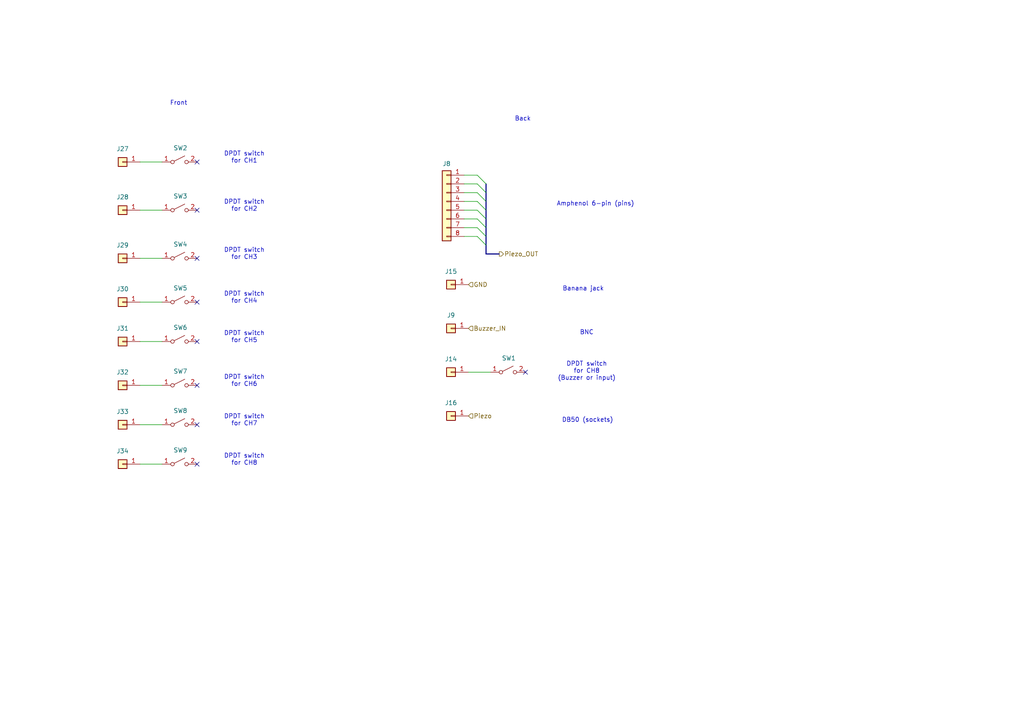
<source format=kicad_sch>
(kicad_sch
	(version 20231120)
	(generator "eeschema")
	(generator_version "8.0")
	(uuid "fd50c1fd-1d04-493b-88c1-40aa3b1393d2")
	(paper "A4")
	(title_block
		(title "Instrumentation wiring drawing")
		(date "2024-06-21")
		(rev "v0")
		(company "SBC")
		(comment 1 "Zhiheng Sheng")
	)
	(lib_symbols
		(symbol "Connector_Generic:Conn_01x01"
			(pin_names
				(offset 1.016) hide)
			(exclude_from_sim no)
			(in_bom yes)
			(on_board yes)
			(property "Reference" "J"
				(at 0 2.54 0)
				(effects
					(font
						(size 1.27 1.27)
					)
				)
			)
			(property "Value" "Conn_01x01"
				(at 0 -2.54 0)
				(effects
					(font
						(size 1.27 1.27)
					)
				)
			)
			(property "Footprint" ""
				(at 0 0 0)
				(effects
					(font
						(size 1.27 1.27)
					)
					(hide yes)
				)
			)
			(property "Datasheet" "~"
				(at 0 0 0)
				(effects
					(font
						(size 1.27 1.27)
					)
					(hide yes)
				)
			)
			(property "Description" "Generic connector, single row, 01x01, script generated (kicad-library-utils/schlib/autogen/connector/)"
				(at 0 0 0)
				(effects
					(font
						(size 1.27 1.27)
					)
					(hide yes)
				)
			)
			(property "ki_keywords" "connector"
				(at 0 0 0)
				(effects
					(font
						(size 1.27 1.27)
					)
					(hide yes)
				)
			)
			(property "ki_fp_filters" "Connector*:*_1x??_*"
				(at 0 0 0)
				(effects
					(font
						(size 1.27 1.27)
					)
					(hide yes)
				)
			)
			(symbol "Conn_01x01_1_1"
				(rectangle
					(start -1.27 0.127)
					(end 0 -0.127)
					(stroke
						(width 0.1524)
						(type default)
					)
					(fill
						(type none)
					)
				)
				(rectangle
					(start -1.27 1.27)
					(end 1.27 -1.27)
					(stroke
						(width 0.254)
						(type default)
					)
					(fill
						(type background)
					)
				)
				(pin passive line
					(at -5.08 0 0)
					(length 3.81)
					(name "Pin_1"
						(effects
							(font
								(size 1.27 1.27)
							)
						)
					)
					(number "1"
						(effects
							(font
								(size 1.27 1.27)
							)
						)
					)
				)
			)
		)
		(symbol "Connector_Generic:Conn_01x08"
			(pin_names
				(offset 1.016) hide)
			(exclude_from_sim no)
			(in_bom yes)
			(on_board yes)
			(property "Reference" "J"
				(at 0 10.16 0)
				(effects
					(font
						(size 1.27 1.27)
					)
				)
			)
			(property "Value" "Conn_01x08"
				(at 0 -12.7 0)
				(effects
					(font
						(size 1.27 1.27)
					)
				)
			)
			(property "Footprint" ""
				(at 0 0 0)
				(effects
					(font
						(size 1.27 1.27)
					)
					(hide yes)
				)
			)
			(property "Datasheet" "~"
				(at 0 0 0)
				(effects
					(font
						(size 1.27 1.27)
					)
					(hide yes)
				)
			)
			(property "Description" "Generic connector, single row, 01x08, script generated (kicad-library-utils/schlib/autogen/connector/)"
				(at 0 0 0)
				(effects
					(font
						(size 1.27 1.27)
					)
					(hide yes)
				)
			)
			(property "ki_keywords" "connector"
				(at 0 0 0)
				(effects
					(font
						(size 1.27 1.27)
					)
					(hide yes)
				)
			)
			(property "ki_fp_filters" "Connector*:*_1x??_*"
				(at 0 0 0)
				(effects
					(font
						(size 1.27 1.27)
					)
					(hide yes)
				)
			)
			(symbol "Conn_01x08_1_1"
				(rectangle
					(start -1.27 -10.033)
					(end 0 -10.287)
					(stroke
						(width 0.1524)
						(type default)
					)
					(fill
						(type none)
					)
				)
				(rectangle
					(start -1.27 -7.493)
					(end 0 -7.747)
					(stroke
						(width 0.1524)
						(type default)
					)
					(fill
						(type none)
					)
				)
				(rectangle
					(start -1.27 -4.953)
					(end 0 -5.207)
					(stroke
						(width 0.1524)
						(type default)
					)
					(fill
						(type none)
					)
				)
				(rectangle
					(start -1.27 -2.413)
					(end 0 -2.667)
					(stroke
						(width 0.1524)
						(type default)
					)
					(fill
						(type none)
					)
				)
				(rectangle
					(start -1.27 0.127)
					(end 0 -0.127)
					(stroke
						(width 0.1524)
						(type default)
					)
					(fill
						(type none)
					)
				)
				(rectangle
					(start -1.27 2.667)
					(end 0 2.413)
					(stroke
						(width 0.1524)
						(type default)
					)
					(fill
						(type none)
					)
				)
				(rectangle
					(start -1.27 5.207)
					(end 0 4.953)
					(stroke
						(width 0.1524)
						(type default)
					)
					(fill
						(type none)
					)
				)
				(rectangle
					(start -1.27 7.747)
					(end 0 7.493)
					(stroke
						(width 0.1524)
						(type default)
					)
					(fill
						(type none)
					)
				)
				(rectangle
					(start -1.27 8.89)
					(end 1.27 -11.43)
					(stroke
						(width 0.254)
						(type default)
					)
					(fill
						(type background)
					)
				)
				(pin passive line
					(at -5.08 7.62 0)
					(length 3.81)
					(name "Pin_1"
						(effects
							(font
								(size 1.27 1.27)
							)
						)
					)
					(number "1"
						(effects
							(font
								(size 1.27 1.27)
							)
						)
					)
				)
				(pin passive line
					(at -5.08 5.08 0)
					(length 3.81)
					(name "Pin_2"
						(effects
							(font
								(size 1.27 1.27)
							)
						)
					)
					(number "2"
						(effects
							(font
								(size 1.27 1.27)
							)
						)
					)
				)
				(pin passive line
					(at -5.08 2.54 0)
					(length 3.81)
					(name "Pin_3"
						(effects
							(font
								(size 1.27 1.27)
							)
						)
					)
					(number "3"
						(effects
							(font
								(size 1.27 1.27)
							)
						)
					)
				)
				(pin passive line
					(at -5.08 0 0)
					(length 3.81)
					(name "Pin_4"
						(effects
							(font
								(size 1.27 1.27)
							)
						)
					)
					(number "4"
						(effects
							(font
								(size 1.27 1.27)
							)
						)
					)
				)
				(pin passive line
					(at -5.08 -2.54 0)
					(length 3.81)
					(name "Pin_5"
						(effects
							(font
								(size 1.27 1.27)
							)
						)
					)
					(number "5"
						(effects
							(font
								(size 1.27 1.27)
							)
						)
					)
				)
				(pin passive line
					(at -5.08 -5.08 0)
					(length 3.81)
					(name "Pin_6"
						(effects
							(font
								(size 1.27 1.27)
							)
						)
					)
					(number "6"
						(effects
							(font
								(size 1.27 1.27)
							)
						)
					)
				)
				(pin passive line
					(at -5.08 -7.62 0)
					(length 3.81)
					(name "Pin_7"
						(effects
							(font
								(size 1.27 1.27)
							)
						)
					)
					(number "7"
						(effects
							(font
								(size 1.27 1.27)
							)
						)
					)
				)
				(pin passive line
					(at -5.08 -10.16 0)
					(length 3.81)
					(name "Pin_8"
						(effects
							(font
								(size 1.27 1.27)
							)
						)
					)
					(number "8"
						(effects
							(font
								(size 1.27 1.27)
							)
						)
					)
				)
			)
		)
		(symbol "Switch:SW_SPST"
			(pin_names
				(offset 0) hide)
			(exclude_from_sim no)
			(in_bom yes)
			(on_board yes)
			(property "Reference" "SW"
				(at 0 3.175 0)
				(effects
					(font
						(size 1.27 1.27)
					)
				)
			)
			(property "Value" "SW_SPST"
				(at 0 -2.54 0)
				(effects
					(font
						(size 1.27 1.27)
					)
				)
			)
			(property "Footprint" ""
				(at 0 0 0)
				(effects
					(font
						(size 1.27 1.27)
					)
					(hide yes)
				)
			)
			(property "Datasheet" "~"
				(at 0 0 0)
				(effects
					(font
						(size 1.27 1.27)
					)
					(hide yes)
				)
			)
			(property "Description" "Single Pole Single Throw (SPST) switch"
				(at 0 0 0)
				(effects
					(font
						(size 1.27 1.27)
					)
					(hide yes)
				)
			)
			(property "ki_keywords" "switch lever"
				(at 0 0 0)
				(effects
					(font
						(size 1.27 1.27)
					)
					(hide yes)
				)
			)
			(symbol "SW_SPST_0_0"
				(circle
					(center -2.032 0)
					(radius 0.508)
					(stroke
						(width 0)
						(type default)
					)
					(fill
						(type none)
					)
				)
				(polyline
					(pts
						(xy -1.524 0.254) (xy 1.524 1.778)
					)
					(stroke
						(width 0)
						(type default)
					)
					(fill
						(type none)
					)
				)
				(circle
					(center 2.032 0)
					(radius 0.508)
					(stroke
						(width 0)
						(type default)
					)
					(fill
						(type none)
					)
				)
			)
			(symbol "SW_SPST_1_1"
				(pin passive line
					(at -5.08 0 0)
					(length 2.54)
					(name "A"
						(effects
							(font
								(size 1.27 1.27)
							)
						)
					)
					(number "1"
						(effects
							(font
								(size 1.27 1.27)
							)
						)
					)
				)
				(pin passive line
					(at 5.08 0 180)
					(length 2.54)
					(name "B"
						(effects
							(font
								(size 1.27 1.27)
							)
						)
					)
					(number "2"
						(effects
							(font
								(size 1.27 1.27)
							)
						)
					)
				)
			)
		)
	)
	(no_connect
		(at 57.15 134.62)
		(uuid "0d3799a5-5c0b-4ade-a348-a0102817ef12")
	)
	(no_connect
		(at 57.15 111.76)
		(uuid "1c26e442-b872-4811-b366-1a300ace62ca")
	)
	(no_connect
		(at 57.15 74.93)
		(uuid "2598a308-bff4-48a8-af8d-4236088c85a1")
	)
	(no_connect
		(at 57.15 99.06)
		(uuid "40adb4c4-e134-49a5-ba09-2c99c7318f95")
	)
	(no_connect
		(at 57.15 87.63)
		(uuid "5d66eadf-6d06-4acc-8617-b0a3ed9379fa")
	)
	(no_connect
		(at 57.15 123.19)
		(uuid "6410e894-e666-47db-acd4-5b0afc85e9df")
	)
	(no_connect
		(at 57.15 60.96)
		(uuid "741c7b7a-65af-4bea-a4d0-8a4c32ff1f64")
	)
	(no_connect
		(at 57.15 46.99)
		(uuid "c6757d67-a13e-4d96-99ef-33badde2797f")
	)
	(no_connect
		(at 152.4 107.95)
		(uuid "cc4a4367-0f05-4381-b1bb-ba481f36cac3")
	)
	(bus_entry
		(at 138.43 60.96)
		(size 2.54 2.54)
		(stroke
			(width 0)
			(type default)
		)
		(uuid "0a6ab33a-4619-4478-b146-a2af8e9ef4aa")
	)
	(bus_entry
		(at 138.43 55.88)
		(size 2.54 2.54)
		(stroke
			(width 0)
			(type default)
		)
		(uuid "34c1bbe9-98b3-4a26-bf16-564c14bf6641")
	)
	(bus_entry
		(at 138.43 50.8)
		(size 2.54 2.54)
		(stroke
			(width 0)
			(type default)
		)
		(uuid "5270487a-7add-4c3d-a1f0-e14cebd314c2")
	)
	(bus_entry
		(at 138.43 68.58)
		(size 2.54 2.54)
		(stroke
			(width 0)
			(type default)
		)
		(uuid "589eaaa7-fba7-4c27-811b-76809aaa9476")
	)
	(bus_entry
		(at 138.43 58.42)
		(size 2.54 2.54)
		(stroke
			(width 0)
			(type default)
		)
		(uuid "696a0827-f826-4578-8633-372fa89a685d")
	)
	(bus_entry
		(at 138.43 63.5)
		(size 2.54 2.54)
		(stroke
			(width 0)
			(type default)
		)
		(uuid "a261741d-f0ea-419b-8d61-9b1261bc11fb")
	)
	(bus_entry
		(at 138.43 53.34)
		(size 2.54 2.54)
		(stroke
			(width 0)
			(type default)
		)
		(uuid "bca3abc3-0b31-41bf-ac57-f8464079cc6f")
	)
	(bus_entry
		(at 138.43 66.04)
		(size 2.54 2.54)
		(stroke
			(width 0)
			(type default)
		)
		(uuid "daffde79-79be-4523-b067-e7d7355d02ef")
	)
	(wire
		(pts
			(xy 40.64 134.62) (xy 46.99 134.62)
		)
		(stroke
			(width 0)
			(type default)
		)
		(uuid "07bbd0fe-05af-4227-a520-14a449aeb437")
	)
	(wire
		(pts
			(xy 40.64 60.96) (xy 46.99 60.96)
		)
		(stroke
			(width 0)
			(type default)
		)
		(uuid "1541558c-558f-4c00-aacc-1c4e19c7e2ac")
	)
	(bus
		(pts
			(xy 140.97 71.12) (xy 140.97 73.66)
		)
		(stroke
			(width 0)
			(type default)
		)
		(uuid "1e74eaed-1c99-4136-8011-de64a4cd0d37")
	)
	(wire
		(pts
			(xy 138.43 68.58) (xy 134.62 68.58)
		)
		(stroke
			(width 0)
			(type default)
		)
		(uuid "265d0b49-9440-4b0d-99bb-d899ded8db79")
	)
	(bus
		(pts
			(xy 140.97 66.04) (xy 140.97 68.58)
		)
		(stroke
			(width 0)
			(type default)
		)
		(uuid "2b743701-4de7-4520-877b-0a698e43dc1a")
	)
	(wire
		(pts
			(xy 138.43 53.34) (xy 134.62 53.34)
		)
		(stroke
			(width 0)
			(type default)
		)
		(uuid "2fb4c336-da9a-484f-ba03-64121c15a1c0")
	)
	(wire
		(pts
			(xy 40.64 46.99) (xy 46.99 46.99)
		)
		(stroke
			(width 0)
			(type default)
		)
		(uuid "31756881-1142-46e8-a61f-d2a5b41690b0")
	)
	(bus
		(pts
			(xy 144.78 73.66) (xy 140.97 73.66)
		)
		(stroke
			(width 0)
			(type default)
		)
		(uuid "33c37dd9-9faf-473d-94c0-f44f0743859c")
	)
	(wire
		(pts
			(xy 40.64 123.19) (xy 46.99 123.19)
		)
		(stroke
			(width 0)
			(type default)
		)
		(uuid "36e10497-88c6-4c3e-a9e3-0851f816f287")
	)
	(bus
		(pts
			(xy 140.97 63.5) (xy 140.97 66.04)
		)
		(stroke
			(width 0)
			(type default)
		)
		(uuid "3c44df20-d8ef-4b4b-b759-46475a8504eb")
	)
	(wire
		(pts
			(xy 138.43 66.04) (xy 134.62 66.04)
		)
		(stroke
			(width 0)
			(type default)
		)
		(uuid "43dd3235-ff9d-42ba-8fdc-a82202506410")
	)
	(bus
		(pts
			(xy 140.97 58.42) (xy 140.97 60.96)
		)
		(stroke
			(width 0)
			(type default)
		)
		(uuid "44936fc9-983c-4711-a3a1-33c7903b26ca")
	)
	(wire
		(pts
			(xy 138.43 63.5) (xy 134.62 63.5)
		)
		(stroke
			(width 0)
			(type default)
		)
		(uuid "4514a974-ad3a-47ef-af85-a882de3f6aab")
	)
	(wire
		(pts
			(xy 138.43 60.96) (xy 134.62 60.96)
		)
		(stroke
			(width 0)
			(type default)
		)
		(uuid "4af50e36-7a0a-49be-98e3-7ad51f5f3d20")
	)
	(wire
		(pts
			(xy 138.43 50.8) (xy 134.62 50.8)
		)
		(stroke
			(width 0)
			(type default)
		)
		(uuid "5181bd4f-28e8-450e-a05a-f4269693358f")
	)
	(bus
		(pts
			(xy 140.97 68.58) (xy 140.97 71.12)
		)
		(stroke
			(width 0)
			(type default)
		)
		(uuid "5a55b942-fc20-481d-aa5b-092693c3d3fb")
	)
	(wire
		(pts
			(xy 40.64 87.63) (xy 46.99 87.63)
		)
		(stroke
			(width 0)
			(type default)
		)
		(uuid "5aef9350-0754-4259-b906-1f989ebb5138")
	)
	(wire
		(pts
			(xy 40.64 99.06) (xy 46.99 99.06)
		)
		(stroke
			(width 0)
			(type default)
		)
		(uuid "5f7c2bc5-8af9-4c08-8924-488b390b1ec9")
	)
	(bus
		(pts
			(xy 140.97 55.88) (xy 140.97 58.42)
		)
		(stroke
			(width 0)
			(type default)
		)
		(uuid "7b027ee0-1fc6-436d-930e-b5b77bd341bb")
	)
	(wire
		(pts
			(xy 138.43 58.42) (xy 134.62 58.42)
		)
		(stroke
			(width 0)
			(type default)
		)
		(uuid "8ae14ed3-c3ff-4795-9883-dddecbd72e4a")
	)
	(wire
		(pts
			(xy 40.64 74.93) (xy 46.99 74.93)
		)
		(stroke
			(width 0)
			(type default)
		)
		(uuid "98624e74-89de-4a9a-b552-0a1ab5abd9d1")
	)
	(wire
		(pts
			(xy 138.43 55.88) (xy 134.62 55.88)
		)
		(stroke
			(width 0)
			(type default)
		)
		(uuid "9e904ea9-3b7c-48f9-9d58-a6e67b249dd3")
	)
	(bus
		(pts
			(xy 140.97 60.96) (xy 140.97 63.5)
		)
		(stroke
			(width 0)
			(type default)
		)
		(uuid "a2d035de-7510-4a88-86c6-07ca30db4a1b")
	)
	(bus
		(pts
			(xy 140.97 53.34) (xy 140.97 55.88)
		)
		(stroke
			(width 0)
			(type default)
		)
		(uuid "cb0ee628-8864-401f-806e-5a0ca2989aa2")
	)
	(wire
		(pts
			(xy 40.64 111.76) (xy 46.99 111.76)
		)
		(stroke
			(width 0)
			(type default)
		)
		(uuid "cb97aa99-bb5c-4722-9f25-593a0adc25ea")
	)
	(wire
		(pts
			(xy 135.89 107.95) (xy 142.24 107.95)
		)
		(stroke
			(width 0)
			(type default)
		)
		(uuid "f31792b4-50c9-489d-9cad-f246e45dd262")
	)
	(text "DPDT switch\nfor CH3"
		(exclude_from_sim no)
		(at 70.866 73.66 0)
		(effects
			(font
				(size 1.27 1.27)
			)
		)
		(uuid "15464cfb-049e-45a9-b70f-fc09fa292d90")
	)
	(text "BNC"
		(exclude_from_sim no)
		(at 170.18 96.52 0)
		(effects
			(font
				(size 1.27 1.27)
			)
		)
		(uuid "1a657319-82b4-443d-aba2-e70ebef284c6")
	)
	(text "Banana jack"
		(exclude_from_sim no)
		(at 169.164 83.82 0)
		(effects
			(font
				(size 1.27 1.27)
			)
		)
		(uuid "1a875ae1-ab7a-4a34-a105-c80d026217c6")
	)
	(text "DPDT switch\nfor CH4"
		(exclude_from_sim no)
		(at 70.866 86.36 0)
		(effects
			(font
				(size 1.27 1.27)
			)
		)
		(uuid "20d67f62-3dde-4341-9b8f-44a196e83a3d")
	)
	(text "DB50 (sockets)"
		(exclude_from_sim no)
		(at 170.434 121.92 0)
		(effects
			(font
				(size 1.27 1.27)
			)
		)
		(uuid "26ee5360-9831-4163-b8b4-49aac0727197")
	)
	(text "DPDT switch\nfor CH7"
		(exclude_from_sim no)
		(at 70.866 121.92 0)
		(effects
			(font
				(size 1.27 1.27)
			)
		)
		(uuid "2ad1b1f3-ad86-44c1-9def-e308682fabfd")
	)
	(text "DPDT switch\nfor CH1"
		(exclude_from_sim no)
		(at 70.866 45.72 0)
		(effects
			(font
				(size 1.27 1.27)
			)
		)
		(uuid "339071e9-8794-4296-8341-09088cc10e15")
	)
	(text "DPDT switch\nfor CH8\n(Buzzer or input)"
		(exclude_from_sim no)
		(at 170.18 107.696 0)
		(effects
			(font
				(size 1.27 1.27)
			)
		)
		(uuid "6db3e4d9-1c71-444f-9244-7cade0c699d9")
	)
	(text "DPDT switch\nfor CH8"
		(exclude_from_sim no)
		(at 70.866 133.35 0)
		(effects
			(font
				(size 1.27 1.27)
			)
		)
		(uuid "7c8c013c-c590-449a-b8b0-0ea9ea8c6d80")
	)
	(text "Front"
		(exclude_from_sim no)
		(at 51.816 29.972 0)
		(effects
			(font
				(size 1.27 1.27)
			)
		)
		(uuid "a18db513-cdb2-449d-9d87-4387ea147b5e")
	)
	(text "DPDT switch\nfor CH2"
		(exclude_from_sim no)
		(at 70.866 59.69 0)
		(effects
			(font
				(size 1.27 1.27)
			)
		)
		(uuid "a7b5c884-dca4-4b05-99cd-9e6c3a66dcb9")
	)
	(text "Amphenol 6-pin (pins)"
		(exclude_from_sim no)
		(at 172.72 59.182 0)
		(effects
			(font
				(size 1.27 1.27)
			)
		)
		(uuid "a87aab79-482c-4f96-a875-d127cb0fdaea")
	)
	(text "Back"
		(exclude_from_sim no)
		(at 151.638 34.544 0)
		(effects
			(font
				(size 1.27 1.27)
			)
		)
		(uuid "c509b71d-7db1-4b5a-84d0-d08f26ec8937")
	)
	(text "DPDT switch\nfor CH6"
		(exclude_from_sim no)
		(at 70.866 110.49 0)
		(effects
			(font
				(size 1.27 1.27)
			)
		)
		(uuid "cf589aa9-c4c0-4b45-962e-4d8a3ba29e50")
	)
	(text "DPDT switch\nfor CH5"
		(exclude_from_sim no)
		(at 70.866 97.79 0)
		(effects
			(font
				(size 1.27 1.27)
			)
		)
		(uuid "fe1092f2-f6fa-4cd7-98b4-019893d51679")
	)
	(hierarchical_label "GND"
		(shape input)
		(at 135.89 82.55 0)
		(fields_autoplaced yes)
		(effects
			(font
				(size 1.27 1.27)
			)
			(justify left)
		)
		(uuid "1ee1ca80-a8bd-45eb-83d5-b95c1b6503a0")
	)
	(hierarchical_label "Piezo"
		(shape input)
		(at 135.89 120.65 0)
		(fields_autoplaced yes)
		(effects
			(font
				(size 1.27 1.27)
			)
			(justify left)
		)
		(uuid "8ab519be-be2d-42d0-bafd-476afda4419d")
	)
	(hierarchical_label "Buzzer_IN"
		(shape input)
		(at 135.89 95.25 0)
		(fields_autoplaced yes)
		(effects
			(font
				(size 1.27 1.27)
			)
			(justify left)
		)
		(uuid "a8109322-f628-432d-a830-0aa282aa08a5")
	)
	(hierarchical_label "Piezo_OUT"
		(shape output)
		(at 144.78 73.66 0)
		(fields_autoplaced yes)
		(effects
			(font
				(size 1.27 1.27)
			)
			(justify left)
		)
		(uuid "d4d80e2c-c0d8-4122-b8eb-d4bdfdd8e576")
	)
	(symbol
		(lib_id "Connector_Generic:Conn_01x01")
		(at 35.56 111.76 180)
		(unit 1)
		(exclude_from_sim no)
		(in_bom yes)
		(on_board yes)
		(dnp no)
		(uuid "073d9380-017e-476e-a521-76c9935ab64b")
		(property "Reference" "J32"
			(at 35.56 107.95 0)
			(effects
				(font
					(size 1.27 1.27)
				)
			)
		)
		(property "Value" "Conn_01x01"
			(at 35.56 107.95 0)
			(effects
				(font
					(size 1.27 1.27)
				)
				(hide yes)
			)
		)
		(property "Footprint" ""
			(at 35.56 111.76 0)
			(effects
				(font
					(size 1.27 1.27)
				)
				(hide yes)
			)
		)
		(property "Datasheet" "~"
			(at 35.56 111.76 0)
			(effects
				(font
					(size 1.27 1.27)
				)
				(hide yes)
			)
		)
		(property "Description" "Generic connector, single row, 01x01, script generated (kicad-library-utils/schlib/autogen/connector/)"
			(at 35.56 111.76 0)
			(effects
				(font
					(size 1.27 1.27)
				)
				(hide yes)
			)
		)
		(pin "1"
			(uuid "a699d687-9abb-438c-8c67-61bfe942c970")
		)
		(instances
			(project "instrumentation_wiring"
				(path "/33b0be37-4aa5-415a-8914-5441d29c7862/1abd7e3b-1775-402c-9f0f-ba5d7bfc5489"
					(reference "J32")
					(unit 1)
				)
			)
		)
	)
	(symbol
		(lib_id "Connector_Generic:Conn_01x01")
		(at 35.56 87.63 180)
		(unit 1)
		(exclude_from_sim no)
		(in_bom yes)
		(on_board yes)
		(dnp no)
		(uuid "15910385-8559-4d66-8b38-b715a77f52cb")
		(property "Reference" "J30"
			(at 35.56 83.82 0)
			(effects
				(font
					(size 1.27 1.27)
				)
			)
		)
		(property "Value" "Conn_01x01"
			(at 35.56 83.82 0)
			(effects
				(font
					(size 1.27 1.27)
				)
				(hide yes)
			)
		)
		(property "Footprint" ""
			(at 35.56 87.63 0)
			(effects
				(font
					(size 1.27 1.27)
				)
				(hide yes)
			)
		)
		(property "Datasheet" "~"
			(at 35.56 87.63 0)
			(effects
				(font
					(size 1.27 1.27)
				)
				(hide yes)
			)
		)
		(property "Description" "Generic connector, single row, 01x01, script generated (kicad-library-utils/schlib/autogen/connector/)"
			(at 35.56 87.63 0)
			(effects
				(font
					(size 1.27 1.27)
				)
				(hide yes)
			)
		)
		(pin "1"
			(uuid "07fca9e6-03fe-4de2-a8c5-b626db689159")
		)
		(instances
			(project "instrumentation_wiring"
				(path "/33b0be37-4aa5-415a-8914-5441d29c7862/1abd7e3b-1775-402c-9f0f-ba5d7bfc5489"
					(reference "J30")
					(unit 1)
				)
			)
		)
	)
	(symbol
		(lib_id "Connector_Generic:Conn_01x01")
		(at 35.56 134.62 180)
		(unit 1)
		(exclude_from_sim no)
		(in_bom yes)
		(on_board yes)
		(dnp no)
		(uuid "1797f840-6066-4dc8-97d4-52b7b0a66e67")
		(property "Reference" "J34"
			(at 35.56 130.81 0)
			(effects
				(font
					(size 1.27 1.27)
				)
			)
		)
		(property "Value" "Conn_01x01"
			(at 35.56 130.81 0)
			(effects
				(font
					(size 1.27 1.27)
				)
				(hide yes)
			)
		)
		(property "Footprint" ""
			(at 35.56 134.62 0)
			(effects
				(font
					(size 1.27 1.27)
				)
				(hide yes)
			)
		)
		(property "Datasheet" "~"
			(at 35.56 134.62 0)
			(effects
				(font
					(size 1.27 1.27)
				)
				(hide yes)
			)
		)
		(property "Description" "Generic connector, single row, 01x01, script generated (kicad-library-utils/schlib/autogen/connector/)"
			(at 35.56 134.62 0)
			(effects
				(font
					(size 1.27 1.27)
				)
				(hide yes)
			)
		)
		(pin "1"
			(uuid "90380bfc-80c3-4d1a-b4df-df44cf8382fe")
		)
		(instances
			(project "instrumentation_wiring"
				(path "/33b0be37-4aa5-415a-8914-5441d29c7862/1abd7e3b-1775-402c-9f0f-ba5d7bfc5489"
					(reference "J34")
					(unit 1)
				)
			)
		)
	)
	(symbol
		(lib_id "Switch:SW_SPST")
		(at 52.07 123.19 0)
		(unit 1)
		(exclude_from_sim no)
		(in_bom yes)
		(on_board yes)
		(dnp no)
		(uuid "312ff758-7c0d-4e73-affa-babfe0432185")
		(property "Reference" "SW8"
			(at 52.324 119.126 0)
			(effects
				(font
					(size 1.27 1.27)
				)
			)
		)
		(property "Value" "SW_SPST"
			(at 52.07 119.38 0)
			(effects
				(font
					(size 1.27 1.27)
				)
				(hide yes)
			)
		)
		(property "Footprint" ""
			(at 52.07 123.19 0)
			(effects
				(font
					(size 1.27 1.27)
				)
				(hide yes)
			)
		)
		(property "Datasheet" "~"
			(at 52.07 123.19 0)
			(effects
				(font
					(size 1.27 1.27)
				)
				(hide yes)
			)
		)
		(property "Description" "Single Pole Single Throw (SPST) switch"
			(at 52.07 123.19 0)
			(effects
				(font
					(size 1.27 1.27)
				)
				(hide yes)
			)
		)
		(pin "1"
			(uuid "3e01fc98-f5d6-4ea3-8df5-7a1d156c1438")
		)
		(pin "2"
			(uuid "e582a750-a8af-4518-9877-5def8856f03e")
		)
		(instances
			(project "instrumentation_wiring"
				(path "/33b0be37-4aa5-415a-8914-5441d29c7862/1abd7e3b-1775-402c-9f0f-ba5d7bfc5489"
					(reference "SW8")
					(unit 1)
				)
			)
		)
	)
	(symbol
		(lib_id "Connector_Generic:Conn_01x01")
		(at 35.56 123.19 180)
		(unit 1)
		(exclude_from_sim no)
		(in_bom yes)
		(on_board yes)
		(dnp no)
		(uuid "3990a653-986d-4aef-9a11-6c4cb98bdc97")
		(property "Reference" "J33"
			(at 35.56 119.38 0)
			(effects
				(font
					(size 1.27 1.27)
				)
			)
		)
		(property "Value" "Conn_01x01"
			(at 35.56 119.38 0)
			(effects
				(font
					(size 1.27 1.27)
				)
				(hide yes)
			)
		)
		(property "Footprint" ""
			(at 35.56 123.19 0)
			(effects
				(font
					(size 1.27 1.27)
				)
				(hide yes)
			)
		)
		(property "Datasheet" "~"
			(at 35.56 123.19 0)
			(effects
				(font
					(size 1.27 1.27)
				)
				(hide yes)
			)
		)
		(property "Description" "Generic connector, single row, 01x01, script generated (kicad-library-utils/schlib/autogen/connector/)"
			(at 35.56 123.19 0)
			(effects
				(font
					(size 1.27 1.27)
				)
				(hide yes)
			)
		)
		(pin "1"
			(uuid "ae5491f9-f13e-4ba3-99f3-b1415cd1bf57")
		)
		(instances
			(project "instrumentation_wiring"
				(path "/33b0be37-4aa5-415a-8914-5441d29c7862/1abd7e3b-1775-402c-9f0f-ba5d7bfc5489"
					(reference "J33")
					(unit 1)
				)
			)
		)
	)
	(symbol
		(lib_id "Connector_Generic:Conn_01x01")
		(at 35.56 99.06 180)
		(unit 1)
		(exclude_from_sim no)
		(in_bom yes)
		(on_board yes)
		(dnp no)
		(uuid "3d6c594d-63ac-4215-b3c7-53d3fc5cf675")
		(property "Reference" "J31"
			(at 35.56 95.25 0)
			(effects
				(font
					(size 1.27 1.27)
				)
			)
		)
		(property "Value" "Conn_01x01"
			(at 35.56 95.25 0)
			(effects
				(font
					(size 1.27 1.27)
				)
				(hide yes)
			)
		)
		(property "Footprint" ""
			(at 35.56 99.06 0)
			(effects
				(font
					(size 1.27 1.27)
				)
				(hide yes)
			)
		)
		(property "Datasheet" "~"
			(at 35.56 99.06 0)
			(effects
				(font
					(size 1.27 1.27)
				)
				(hide yes)
			)
		)
		(property "Description" "Generic connector, single row, 01x01, script generated (kicad-library-utils/schlib/autogen/connector/)"
			(at 35.56 99.06 0)
			(effects
				(font
					(size 1.27 1.27)
				)
				(hide yes)
			)
		)
		(pin "1"
			(uuid "9a46a0d1-968f-4c0b-a56c-6e98ed605035")
		)
		(instances
			(project "instrumentation_wiring"
				(path "/33b0be37-4aa5-415a-8914-5441d29c7862/1abd7e3b-1775-402c-9f0f-ba5d7bfc5489"
					(reference "J31")
					(unit 1)
				)
			)
		)
	)
	(symbol
		(lib_id "Switch:SW_SPST")
		(at 52.07 74.93 0)
		(unit 1)
		(exclude_from_sim no)
		(in_bom yes)
		(on_board yes)
		(dnp no)
		(uuid "42180815-aae7-4183-ab9c-f09f5c9eaa2f")
		(property "Reference" "SW4"
			(at 52.324 70.866 0)
			(effects
				(font
					(size 1.27 1.27)
				)
			)
		)
		(property "Value" "SW_SPST"
			(at 52.07 71.12 0)
			(effects
				(font
					(size 1.27 1.27)
				)
				(hide yes)
			)
		)
		(property "Footprint" ""
			(at 52.07 74.93 0)
			(effects
				(font
					(size 1.27 1.27)
				)
				(hide yes)
			)
		)
		(property "Datasheet" "~"
			(at 52.07 74.93 0)
			(effects
				(font
					(size 1.27 1.27)
				)
				(hide yes)
			)
		)
		(property "Description" "Single Pole Single Throw (SPST) switch"
			(at 52.07 74.93 0)
			(effects
				(font
					(size 1.27 1.27)
				)
				(hide yes)
			)
		)
		(pin "1"
			(uuid "b6994e88-ef40-4ba6-a8e3-96413abae5cf")
		)
		(pin "2"
			(uuid "5819442a-999c-41d6-ac61-1c5af6f366bb")
		)
		(instances
			(project "instrumentation_wiring"
				(path "/33b0be37-4aa5-415a-8914-5441d29c7862/1abd7e3b-1775-402c-9f0f-ba5d7bfc5489"
					(reference "SW4")
					(unit 1)
				)
			)
		)
	)
	(symbol
		(lib_id "Connector_Generic:Conn_01x01")
		(at 130.81 107.95 180)
		(unit 1)
		(exclude_from_sim no)
		(in_bom yes)
		(on_board yes)
		(dnp no)
		(uuid "76f1efec-9f0e-4d2a-b16a-b1ba7f78a840")
		(property "Reference" "J14"
			(at 130.81 104.14 0)
			(effects
				(font
					(size 1.27 1.27)
				)
			)
		)
		(property "Value" "Conn_01x01"
			(at 130.81 104.14 0)
			(effects
				(font
					(size 1.27 1.27)
				)
				(hide yes)
			)
		)
		(property "Footprint" ""
			(at 130.81 107.95 0)
			(effects
				(font
					(size 1.27 1.27)
				)
				(hide yes)
			)
		)
		(property "Datasheet" "~"
			(at 130.81 107.95 0)
			(effects
				(font
					(size 1.27 1.27)
				)
				(hide yes)
			)
		)
		(property "Description" "Generic connector, single row, 01x01, script generated (kicad-library-utils/schlib/autogen/connector/)"
			(at 130.81 107.95 0)
			(effects
				(font
					(size 1.27 1.27)
				)
				(hide yes)
			)
		)
		(pin "1"
			(uuid "f72aa7ff-c198-492a-a914-7023e8ad835c")
		)
		(instances
			(project "instrumentation_wiring"
				(path "/33b0be37-4aa5-415a-8914-5441d29c7862/1abd7e3b-1775-402c-9f0f-ba5d7bfc5489"
					(reference "J14")
					(unit 1)
				)
			)
		)
	)
	(symbol
		(lib_id "Connector_Generic:Conn_01x01")
		(at 35.56 46.99 180)
		(unit 1)
		(exclude_from_sim no)
		(in_bom yes)
		(on_board yes)
		(dnp no)
		(uuid "85fbc742-772f-4df5-a34a-4f3852d1043c")
		(property "Reference" "J27"
			(at 35.56 43.18 0)
			(effects
				(font
					(size 1.27 1.27)
				)
			)
		)
		(property "Value" "Conn_01x01"
			(at 35.56 43.18 0)
			(effects
				(font
					(size 1.27 1.27)
				)
				(hide yes)
			)
		)
		(property "Footprint" ""
			(at 35.56 46.99 0)
			(effects
				(font
					(size 1.27 1.27)
				)
				(hide yes)
			)
		)
		(property "Datasheet" "~"
			(at 35.56 46.99 0)
			(effects
				(font
					(size 1.27 1.27)
				)
				(hide yes)
			)
		)
		(property "Description" "Generic connector, single row, 01x01, script generated (kicad-library-utils/schlib/autogen/connector/)"
			(at 35.56 46.99 0)
			(effects
				(font
					(size 1.27 1.27)
				)
				(hide yes)
			)
		)
		(pin "1"
			(uuid "cc4ec2f0-07f8-413d-991e-05629136af90")
		)
		(instances
			(project "instrumentation_wiring"
				(path "/33b0be37-4aa5-415a-8914-5441d29c7862/1abd7e3b-1775-402c-9f0f-ba5d7bfc5489"
					(reference "J27")
					(unit 1)
				)
			)
		)
	)
	(symbol
		(lib_id "Switch:SW_SPST")
		(at 52.07 46.99 0)
		(unit 1)
		(exclude_from_sim no)
		(in_bom yes)
		(on_board yes)
		(dnp no)
		(uuid "8947b60b-e7a6-42c2-b78f-236e51e3e0fc")
		(property "Reference" "SW2"
			(at 52.324 42.926 0)
			(effects
				(font
					(size 1.27 1.27)
				)
			)
		)
		(property "Value" "SW_SPST"
			(at 52.07 43.18 0)
			(effects
				(font
					(size 1.27 1.27)
				)
				(hide yes)
			)
		)
		(property "Footprint" ""
			(at 52.07 46.99 0)
			(effects
				(font
					(size 1.27 1.27)
				)
				(hide yes)
			)
		)
		(property "Datasheet" "~"
			(at 52.07 46.99 0)
			(effects
				(font
					(size 1.27 1.27)
				)
				(hide yes)
			)
		)
		(property "Description" "Single Pole Single Throw (SPST) switch"
			(at 52.07 46.99 0)
			(effects
				(font
					(size 1.27 1.27)
				)
				(hide yes)
			)
		)
		(pin "1"
			(uuid "1a2760bc-0c9a-494f-a43c-8a8b0a84d128")
		)
		(pin "2"
			(uuid "7f6dba11-7e94-4d07-a0c6-96539a208498")
		)
		(instances
			(project "instrumentation_wiring"
				(path "/33b0be37-4aa5-415a-8914-5441d29c7862/1abd7e3b-1775-402c-9f0f-ba5d7bfc5489"
					(reference "SW2")
					(unit 1)
				)
			)
		)
	)
	(symbol
		(lib_id "Switch:SW_SPST")
		(at 52.07 87.63 0)
		(unit 1)
		(exclude_from_sim no)
		(in_bom yes)
		(on_board yes)
		(dnp no)
		(uuid "943b6f16-fd34-43e0-8f3b-e1580a284c1c")
		(property "Reference" "SW5"
			(at 52.324 83.566 0)
			(effects
				(font
					(size 1.27 1.27)
				)
			)
		)
		(property "Value" "SW_SPST"
			(at 52.07 83.82 0)
			(effects
				(font
					(size 1.27 1.27)
				)
				(hide yes)
			)
		)
		(property "Footprint" ""
			(at 52.07 87.63 0)
			(effects
				(font
					(size 1.27 1.27)
				)
				(hide yes)
			)
		)
		(property "Datasheet" "~"
			(at 52.07 87.63 0)
			(effects
				(font
					(size 1.27 1.27)
				)
				(hide yes)
			)
		)
		(property "Description" "Single Pole Single Throw (SPST) switch"
			(at 52.07 87.63 0)
			(effects
				(font
					(size 1.27 1.27)
				)
				(hide yes)
			)
		)
		(pin "1"
			(uuid "8ef2d229-968b-44de-a810-83beeb88a187")
		)
		(pin "2"
			(uuid "c78640cb-85cc-4292-9c8d-04a84d3af3e0")
		)
		(instances
			(project "instrumentation_wiring"
				(path "/33b0be37-4aa5-415a-8914-5441d29c7862/1abd7e3b-1775-402c-9f0f-ba5d7bfc5489"
					(reference "SW5")
					(unit 1)
				)
			)
		)
	)
	(symbol
		(lib_id "Switch:SW_SPST")
		(at 52.07 134.62 0)
		(unit 1)
		(exclude_from_sim no)
		(in_bom yes)
		(on_board yes)
		(dnp no)
		(uuid "a5c8fb3e-6592-4dbc-aa55-416bd4f2e423")
		(property "Reference" "SW9"
			(at 52.324 130.556 0)
			(effects
				(font
					(size 1.27 1.27)
				)
			)
		)
		(property "Value" "SW_SPST"
			(at 52.07 130.81 0)
			(effects
				(font
					(size 1.27 1.27)
				)
				(hide yes)
			)
		)
		(property "Footprint" ""
			(at 52.07 134.62 0)
			(effects
				(font
					(size 1.27 1.27)
				)
				(hide yes)
			)
		)
		(property "Datasheet" "~"
			(at 52.07 134.62 0)
			(effects
				(font
					(size 1.27 1.27)
				)
				(hide yes)
			)
		)
		(property "Description" "Single Pole Single Throw (SPST) switch"
			(at 52.07 134.62 0)
			(effects
				(font
					(size 1.27 1.27)
				)
				(hide yes)
			)
		)
		(pin "1"
			(uuid "b66a8149-9346-44cc-b57a-ca5ba306a8cf")
		)
		(pin "2"
			(uuid "96637838-1e44-482b-9597-b1a86ec9b088")
		)
		(instances
			(project "instrumentation_wiring"
				(path "/33b0be37-4aa5-415a-8914-5441d29c7862/1abd7e3b-1775-402c-9f0f-ba5d7bfc5489"
					(reference "SW9")
					(unit 1)
				)
			)
		)
	)
	(symbol
		(lib_id "Connector_Generic:Conn_01x01")
		(at 130.81 82.55 180)
		(unit 1)
		(exclude_from_sim no)
		(in_bom yes)
		(on_board yes)
		(dnp no)
		(uuid "a98edead-384c-4cf5-a5e0-0cd191f6a789")
		(property "Reference" "J15"
			(at 130.81 78.74 0)
			(effects
				(font
					(size 1.27 1.27)
				)
			)
		)
		(property "Value" "Conn_01x01"
			(at 130.81 78.74 0)
			(effects
				(font
					(size 1.27 1.27)
				)
				(hide yes)
			)
		)
		(property "Footprint" ""
			(at 130.81 82.55 0)
			(effects
				(font
					(size 1.27 1.27)
				)
				(hide yes)
			)
		)
		(property "Datasheet" "~"
			(at 130.81 82.55 0)
			(effects
				(font
					(size 1.27 1.27)
				)
				(hide yes)
			)
		)
		(property "Description" "Generic connector, single row, 01x01, script generated (kicad-library-utils/schlib/autogen/connector/)"
			(at 130.81 82.55 0)
			(effects
				(font
					(size 1.27 1.27)
				)
				(hide yes)
			)
		)
		(pin "1"
			(uuid "53e557cf-b67b-4232-aafb-be0f8e601662")
		)
		(instances
			(project "instrumentation_wiring"
				(path "/33b0be37-4aa5-415a-8914-5441d29c7862/1abd7e3b-1775-402c-9f0f-ba5d7bfc5489"
					(reference "J15")
					(unit 1)
				)
			)
		)
	)
	(symbol
		(lib_id "Connector_Generic:Conn_01x01")
		(at 35.56 74.93 180)
		(unit 1)
		(exclude_from_sim no)
		(in_bom yes)
		(on_board yes)
		(dnp no)
		(uuid "aa1c0621-2162-4d84-8b10-46c60a4d22df")
		(property "Reference" "J29"
			(at 35.56 71.12 0)
			(effects
				(font
					(size 1.27 1.27)
				)
			)
		)
		(property "Value" "Conn_01x01"
			(at 35.56 71.12 0)
			(effects
				(font
					(size 1.27 1.27)
				)
				(hide yes)
			)
		)
		(property "Footprint" ""
			(at 35.56 74.93 0)
			(effects
				(font
					(size 1.27 1.27)
				)
				(hide yes)
			)
		)
		(property "Datasheet" "~"
			(at 35.56 74.93 0)
			(effects
				(font
					(size 1.27 1.27)
				)
				(hide yes)
			)
		)
		(property "Description" "Generic connector, single row, 01x01, script generated (kicad-library-utils/schlib/autogen/connector/)"
			(at 35.56 74.93 0)
			(effects
				(font
					(size 1.27 1.27)
				)
				(hide yes)
			)
		)
		(pin "1"
			(uuid "4fc25e36-f95d-4fee-8181-7612964695da")
		)
		(instances
			(project "instrumentation_wiring"
				(path "/33b0be37-4aa5-415a-8914-5441d29c7862/1abd7e3b-1775-402c-9f0f-ba5d7bfc5489"
					(reference "J29")
					(unit 1)
				)
			)
		)
	)
	(symbol
		(lib_id "Connector_Generic:Conn_01x08")
		(at 129.54 58.42 0)
		(mirror y)
		(unit 1)
		(exclude_from_sim no)
		(in_bom yes)
		(on_board yes)
		(dnp no)
		(uuid "ab4d8e80-7af2-40e8-962a-c20889a97a0e")
		(property "Reference" "J8"
			(at 129.54 47.498 0)
			(effects
				(font
					(size 1.27 1.27)
				)
			)
		)
		(property "Value" "Conn_01x08"
			(at 129.54 46.99 0)
			(effects
				(font
					(size 1.27 1.27)
				)
				(hide yes)
			)
		)
		(property "Footprint" ""
			(at 129.54 58.42 0)
			(effects
				(font
					(size 1.27 1.27)
				)
				(hide yes)
			)
		)
		(property "Datasheet" "~"
			(at 129.54 58.42 0)
			(effects
				(font
					(size 1.27 1.27)
				)
				(hide yes)
			)
		)
		(property "Description" "Generic connector, single row, 01x08, script generated (kicad-library-utils/schlib/autogen/connector/)"
			(at 129.54 58.42 0)
			(effects
				(font
					(size 1.27 1.27)
				)
				(hide yes)
			)
		)
		(pin "8"
			(uuid "1afb5170-f963-4374-b893-7882eefcc416")
		)
		(pin "4"
			(uuid "f678361f-60b5-4b26-87d2-83e3fc6fe684")
		)
		(pin "7"
			(uuid "aab4bfe5-6c93-4a91-b70a-8a1756a84299")
		)
		(pin "2"
			(uuid "74da16de-53d6-4bea-b295-4b56285f2753")
		)
		(pin "3"
			(uuid "6a607e91-6066-48ae-8168-44e800a1d1d6")
		)
		(pin "1"
			(uuid "f9b8ace3-49a5-4ea6-ad47-ade4c3281ff7")
		)
		(pin "5"
			(uuid "a883088f-a344-491b-8845-e4f8c53e5ced")
		)
		(pin "6"
			(uuid "98734032-68b5-47ac-a5fa-8fbac69c05be")
		)
		(instances
			(project "instrumentation_wiring"
				(path "/33b0be37-4aa5-415a-8914-5441d29c7862/1abd7e3b-1775-402c-9f0f-ba5d7bfc5489"
					(reference "J8")
					(unit 1)
				)
			)
		)
	)
	(symbol
		(lib_id "Switch:SW_SPST")
		(at 52.07 60.96 0)
		(unit 1)
		(exclude_from_sim no)
		(in_bom yes)
		(on_board yes)
		(dnp no)
		(uuid "abc8f82e-1bd5-4a4d-a07d-38968f30a793")
		(property "Reference" "SW3"
			(at 52.324 56.896 0)
			(effects
				(font
					(size 1.27 1.27)
				)
			)
		)
		(property "Value" "SW_SPST"
			(at 52.07 57.15 0)
			(effects
				(font
					(size 1.27 1.27)
				)
				(hide yes)
			)
		)
		(property "Footprint" ""
			(at 52.07 60.96 0)
			(effects
				(font
					(size 1.27 1.27)
				)
				(hide yes)
			)
		)
		(property "Datasheet" "~"
			(at 52.07 60.96 0)
			(effects
				(font
					(size 1.27 1.27)
				)
				(hide yes)
			)
		)
		(property "Description" "Single Pole Single Throw (SPST) switch"
			(at 52.07 60.96 0)
			(effects
				(font
					(size 1.27 1.27)
				)
				(hide yes)
			)
		)
		(pin "1"
			(uuid "4580422e-5d1f-4b16-a1c7-6f4c102db1c1")
		)
		(pin "2"
			(uuid "18dca7e4-5030-4cd8-86eb-37f99fc43582")
		)
		(instances
			(project "instrumentation_wiring"
				(path "/33b0be37-4aa5-415a-8914-5441d29c7862/1abd7e3b-1775-402c-9f0f-ba5d7bfc5489"
					(reference "SW3")
					(unit 1)
				)
			)
		)
	)
	(symbol
		(lib_id "Switch:SW_SPST")
		(at 147.32 107.95 0)
		(unit 1)
		(exclude_from_sim no)
		(in_bom yes)
		(on_board yes)
		(dnp no)
		(uuid "b47feea3-f348-43ef-bc9c-a21b95bc0153")
		(property "Reference" "SW1"
			(at 147.574 103.886 0)
			(effects
				(font
					(size 1.27 1.27)
				)
			)
		)
		(property "Value" "SW_SPST"
			(at 147.32 104.14 0)
			(effects
				(font
					(size 1.27 1.27)
				)
				(hide yes)
			)
		)
		(property "Footprint" ""
			(at 147.32 107.95 0)
			(effects
				(font
					(size 1.27 1.27)
				)
				(hide yes)
			)
		)
		(property "Datasheet" "~"
			(at 147.32 107.95 0)
			(effects
				(font
					(size 1.27 1.27)
				)
				(hide yes)
			)
		)
		(property "Description" "Single Pole Single Throw (SPST) switch"
			(at 147.32 107.95 0)
			(effects
				(font
					(size 1.27 1.27)
				)
				(hide yes)
			)
		)
		(pin "1"
			(uuid "0f4c8487-b5f6-479f-84da-8c20759f9d74")
		)
		(pin "2"
			(uuid "fc24bdcd-4bc8-419d-9e63-e09fd63316b8")
		)
		(instances
			(project ""
				(path "/33b0be37-4aa5-415a-8914-5441d29c7862/1abd7e3b-1775-402c-9f0f-ba5d7bfc5489"
					(reference "SW1")
					(unit 1)
				)
			)
		)
	)
	(symbol
		(lib_id "Switch:SW_SPST")
		(at 52.07 99.06 0)
		(unit 1)
		(exclude_from_sim no)
		(in_bom yes)
		(on_board yes)
		(dnp no)
		(uuid "bbb9ceea-c5af-43ce-8a83-b536c4070a66")
		(property "Reference" "SW6"
			(at 52.324 94.996 0)
			(effects
				(font
					(size 1.27 1.27)
				)
			)
		)
		(property "Value" "SW_SPST"
			(at 52.07 95.25 0)
			(effects
				(font
					(size 1.27 1.27)
				)
				(hide yes)
			)
		)
		(property "Footprint" ""
			(at 52.07 99.06 0)
			(effects
				(font
					(size 1.27 1.27)
				)
				(hide yes)
			)
		)
		(property "Datasheet" "~"
			(at 52.07 99.06 0)
			(effects
				(font
					(size 1.27 1.27)
				)
				(hide yes)
			)
		)
		(property "Description" "Single Pole Single Throw (SPST) switch"
			(at 52.07 99.06 0)
			(effects
				(font
					(size 1.27 1.27)
				)
				(hide yes)
			)
		)
		(pin "1"
			(uuid "e969240e-dea9-4c23-9cb0-939488d77c84")
		)
		(pin "2"
			(uuid "5c13b241-e738-4510-9beb-e2ca6727f454")
		)
		(instances
			(project "instrumentation_wiring"
				(path "/33b0be37-4aa5-415a-8914-5441d29c7862/1abd7e3b-1775-402c-9f0f-ba5d7bfc5489"
					(reference "SW6")
					(unit 1)
				)
			)
		)
	)
	(symbol
		(lib_id "Connector_Generic:Conn_01x01")
		(at 130.81 120.65 180)
		(unit 1)
		(exclude_from_sim no)
		(in_bom yes)
		(on_board yes)
		(dnp no)
		(uuid "c3611a6c-9594-424a-808b-0f52379beec9")
		(property "Reference" "J16"
			(at 130.81 116.84 0)
			(effects
				(font
					(size 1.27 1.27)
				)
			)
		)
		(property "Value" "Conn_01x01"
			(at 130.81 116.84 0)
			(effects
				(font
					(size 1.27 1.27)
				)
				(hide yes)
			)
		)
		(property "Footprint" ""
			(at 130.81 120.65 0)
			(effects
				(font
					(size 1.27 1.27)
				)
				(hide yes)
			)
		)
		(property "Datasheet" "~"
			(at 130.81 120.65 0)
			(effects
				(font
					(size 1.27 1.27)
				)
				(hide yes)
			)
		)
		(property "Description" "Generic connector, single row, 01x01, script generated (kicad-library-utils/schlib/autogen/connector/)"
			(at 130.81 120.65 0)
			(effects
				(font
					(size 1.27 1.27)
				)
				(hide yes)
			)
		)
		(pin "1"
			(uuid "11944eff-be29-4cae-9800-f45f395549e9")
		)
		(instances
			(project "instrumentation_wiring"
				(path "/33b0be37-4aa5-415a-8914-5441d29c7862/1abd7e3b-1775-402c-9f0f-ba5d7bfc5489"
					(reference "J16")
					(unit 1)
				)
			)
		)
	)
	(symbol
		(lib_id "Connector_Generic:Conn_01x01")
		(at 130.81 95.25 180)
		(unit 1)
		(exclude_from_sim no)
		(in_bom yes)
		(on_board yes)
		(dnp no)
		(uuid "c7623c29-8ade-4539-bf0e-5a854e3269f8")
		(property "Reference" "J9"
			(at 130.81 91.44 0)
			(effects
				(font
					(size 1.27 1.27)
				)
			)
		)
		(property "Value" "Conn_01x01"
			(at 130.81 91.44 0)
			(effects
				(font
					(size 1.27 1.27)
				)
				(hide yes)
			)
		)
		(property "Footprint" ""
			(at 130.81 95.25 0)
			(effects
				(font
					(size 1.27 1.27)
				)
				(hide yes)
			)
		)
		(property "Datasheet" "~"
			(at 130.81 95.25 0)
			(effects
				(font
					(size 1.27 1.27)
				)
				(hide yes)
			)
		)
		(property "Description" "Generic connector, single row, 01x01, script generated (kicad-library-utils/schlib/autogen/connector/)"
			(at 130.81 95.25 0)
			(effects
				(font
					(size 1.27 1.27)
				)
				(hide yes)
			)
		)
		(pin "1"
			(uuid "db7aae57-e9ec-40f9-9f94-20d8cd727553")
		)
		(instances
			(project "instrumentation_wiring"
				(path "/33b0be37-4aa5-415a-8914-5441d29c7862/1abd7e3b-1775-402c-9f0f-ba5d7bfc5489"
					(reference "J9")
					(unit 1)
				)
			)
		)
	)
	(symbol
		(lib_id "Connector_Generic:Conn_01x01")
		(at 35.56 60.96 180)
		(unit 1)
		(exclude_from_sim no)
		(in_bom yes)
		(on_board yes)
		(dnp no)
		(uuid "fc23308f-edc4-4db1-aecf-bc7398a7d3d2")
		(property "Reference" "J28"
			(at 35.56 57.15 0)
			(effects
				(font
					(size 1.27 1.27)
				)
			)
		)
		(property "Value" "Conn_01x01"
			(at 35.56 57.15 0)
			(effects
				(font
					(size 1.27 1.27)
				)
				(hide yes)
			)
		)
		(property "Footprint" ""
			(at 35.56 60.96 0)
			(effects
				(font
					(size 1.27 1.27)
				)
				(hide yes)
			)
		)
		(property "Datasheet" "~"
			(at 35.56 60.96 0)
			(effects
				(font
					(size 1.27 1.27)
				)
				(hide yes)
			)
		)
		(property "Description" "Generic connector, single row, 01x01, script generated (kicad-library-utils/schlib/autogen/connector/)"
			(at 35.56 60.96 0)
			(effects
				(font
					(size 1.27 1.27)
				)
				(hide yes)
			)
		)
		(pin "1"
			(uuid "d2a747a9-d8de-4f22-a6bf-2d768cc1afc9")
		)
		(instances
			(project "instrumentation_wiring"
				(path "/33b0be37-4aa5-415a-8914-5441d29c7862/1abd7e3b-1775-402c-9f0f-ba5d7bfc5489"
					(reference "J28")
					(unit 1)
				)
			)
		)
	)
	(symbol
		(lib_id "Switch:SW_SPST")
		(at 52.07 111.76 0)
		(unit 1)
		(exclude_from_sim no)
		(in_bom yes)
		(on_board yes)
		(dnp no)
		(uuid "fffeaeb1-0b77-484b-a082-85b3e402859f")
		(property "Reference" "SW7"
			(at 52.324 107.696 0)
			(effects
				(font
					(size 1.27 1.27)
				)
			)
		)
		(property "Value" "SW_SPST"
			(at 52.07 107.95 0)
			(effects
				(font
					(size 1.27 1.27)
				)
				(hide yes)
			)
		)
		(property "Footprint" ""
			(at 52.07 111.76 0)
			(effects
				(font
					(size 1.27 1.27)
				)
				(hide yes)
			)
		)
		(property "Datasheet" "~"
			(at 52.07 111.76 0)
			(effects
				(font
					(size 1.27 1.27)
				)
				(hide yes)
			)
		)
		(property "Description" "Single Pole Single Throw (SPST) switch"
			(at 52.07 111.76 0)
			(effects
				(font
					(size 1.27 1.27)
				)
				(hide yes)
			)
		)
		(pin "1"
			(uuid "e0b53dd9-5d75-4456-83db-7f9bd4b1e418")
		)
		(pin "2"
			(uuid "a021c1f1-854c-4571-b448-e4b2b27454ac")
		)
		(instances
			(project "instrumentation_wiring"
				(path "/33b0be37-4aa5-415a-8914-5441d29c7862/1abd7e3b-1775-402c-9f0f-ba5d7bfc5489"
					(reference "SW7")
					(unit 1)
				)
			)
		)
	)
)

</source>
